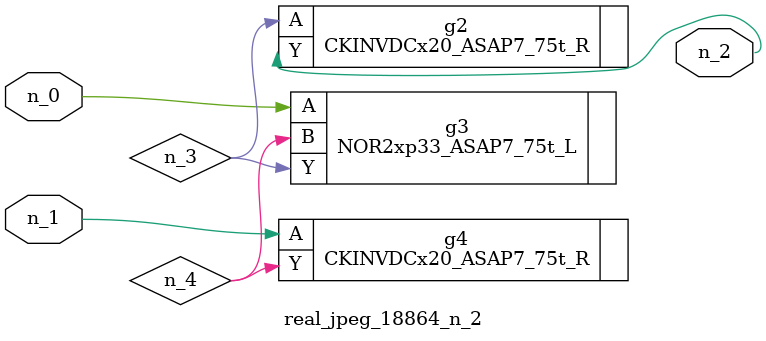
<source format=v>
module real_jpeg_18864_n_2 (n_1, n_0, n_2);

input n_1;
input n_0;

output n_2;

wire n_4;
wire n_3;

NOR2xp33_ASAP7_75t_L g3 ( 
.A(n_0),
.B(n_4),
.Y(n_3)
);

CKINVDCx20_ASAP7_75t_R g4 ( 
.A(n_1),
.Y(n_4)
);

CKINVDCx20_ASAP7_75t_R g2 ( 
.A(n_3),
.Y(n_2)
);


endmodule
</source>
